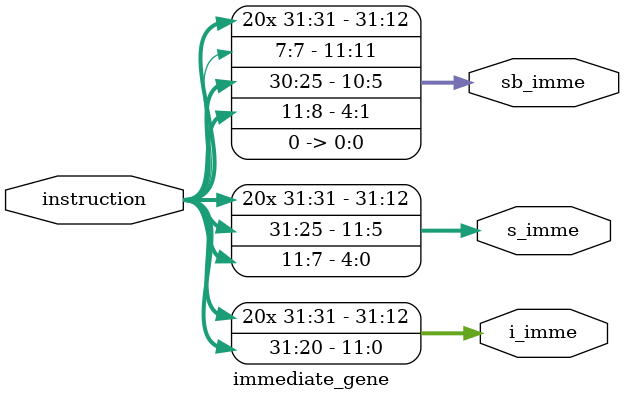
<source format=sv>


module immediate_gene #
(parameter INSTRUCTION=32
)
(
/* verilator lint_off UNUSED */
    input        [INSTRUCTION-1:0]   instruction,
    output logic [INSTRUCTION-1:0]   i_imme,
    output logic [INSTRUCTION-1:0]   s_imme,
    output logic [INSTRUCTION-1:0]   sb_imme
);

    always_comb begin
/* verilator lint_off UNUSED */

        i_imme  = {{20{instruction[31]}}, instruction[31:20]};
        s_imme  = {{20{instruction[31]}}, instruction[31:25], instruction[11:7]};
        sb_imme = {{19{instruction[31]}}, instruction[31], instruction[7], instruction[30:25], instruction[11:8],1'b0};       
    end
endmodule

</source>
